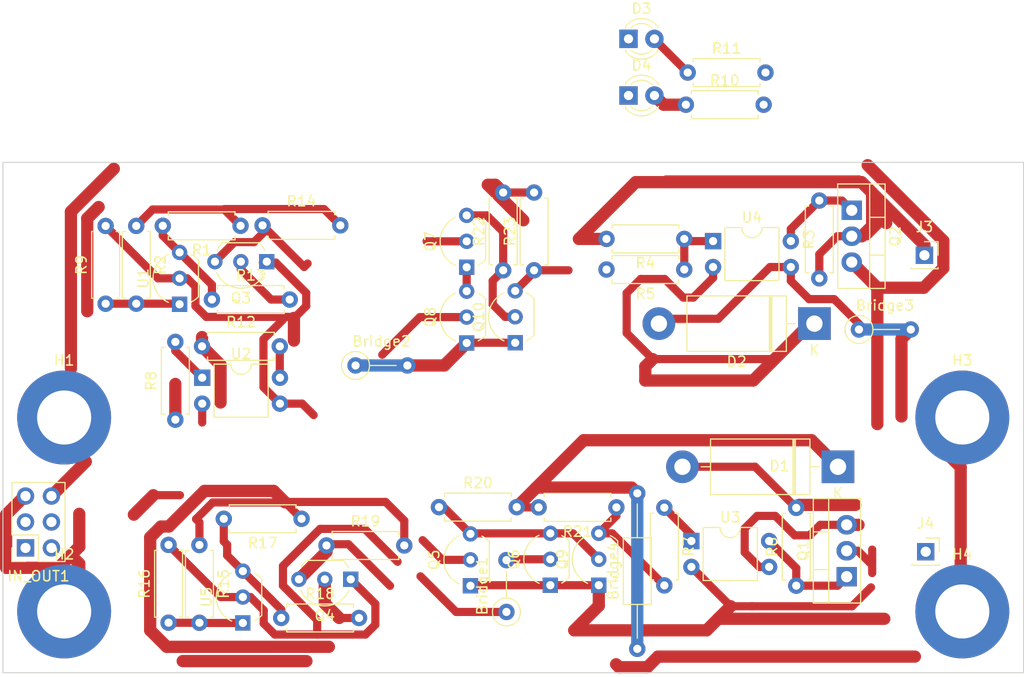
<source format=kicad_pcb>
(kicad_pcb (version 20221018) (generator pcbnew)
  (layers (0 "F.Cu" signal) (31 "B.Cu" signal) (34 "B.Paste" user) (35 "F.Paste" user) (36 "B.SilkS" user "B.Silkscreen") (37 "F.SilkS" user "F.Silkscreen") (38 "B.Mask" user) (39 "F.Mask" user) (44 "Edge.Cuts" user))
  (net 0 "")
  (net 1 "BAT-")
  (net 2 "Net-(Q6-B)")
  (net 3 "BAT+")
  (net 4 "IN_OUT-")
  (net 5 "IN_OUT+")
  (net 10 "Net-(Q3-B)")
  (net 11 "Net-(Q3-C)")
  (net 12 "Net-(Q4-C)")
  (net 13 "PMOS_CONTROL")
  (net 14 "not NMOS_CONTROL")
  (net 15 "Net-(U1-REF)")
  (net 16 "Net-(U1-K)")
  (footprint "Resistor_THT:R_Axial_DIN0207_L6.3mm_D2.5mm_P7.62mm_Horizontal" (layer "F.Cu") (at 116.76 57.5 180)
    (fp_text reference "R4" (at 3.81 -2.37) (layer "F.SilkS"))
    (fp_text value "R")
    (pad "1" thru_hole circle (at 0 0 180) (size 1.6 1.6) (drill 0.8) (layers "*.Cu" "*.Mask"))
    (pad "2" thru_hole oval (at 7.62 0 180) (size 1.6 1.6) (drill 0.8) (layers "*.Cu" "*.Mask") (net 3 "BAT+"))
  )
  (footprint "Resistor_THT:R_Axial_DIN0207_L6.3mm_D2.5mm_P7.62mm_Horizontal" (layer "F.Cu") (at 63.065 56.225 -90)
    (fp_text reference "R2" (at 3.81 -2.37 90) (layer "F.SilkS"))
    (fp_text value "R")
    (pad "1" thru_hole circle (at 0 0 270) (size 1.6 1.6) (drill 0.8) (layers "*.Cu" "*.Mask") (net 3 "BAT+"))
    (pad "2" thru_hole oval (at 7.62 0 270) (size 1.6 1.6) (drill 0.8) (layers "*.Cu" "*.Mask") (net 15 "Net-(U1-REF)"))
  )
  (footprint "Connector_PinSocket_2.54mm:PinSocket_1x01_P2.54mm_Vertical" (layer "F.Cu") (at 140.415 88.15)
    (fp_text reference "J4" (at 0 -2.77) (layer "F.SilkS"))
    (fp_text value "Conn_01x01_Socket")
    (pad "1" thru_hole rect (at 0 0) (size 1.7 1.7) (drill 1) (layers "*.Cu" "*.Mask") (net 1 "BAT-"))
  )
  (footprint "Package_TO_SOT_THT:TO-92_Inline_Wide" (layer "F.Cu") (at 103.635 91.43 90)
    (fp_text reference "Q6" (at 2.54 -3.56 90) (layer "F.SilkS"))
    (fp_text value "S8050")
    (pad "1" thru_hole rect (at 0 0 90) (size 1.5 1.5) (drill 0.8) (layers "*.Cu" "*.Mask") (net 1 "BAT-"))
    (pad "2" thru_hole circle (at 2.54 0 90) (size 1.5 1.5) (drill 0.8) (layers "*.Cu" "*.Mask") (net 2 "Net-(Q6-B)"))
    (pad "3" thru_hole circle (at 5.08 0 90) (size 1.5 1.5) (drill 0.8) (layers "*.Cu" "*.Mask"))
  )
  (footprint "Resistor_THT:R_Axial_DIN0207_L6.3mm_D2.5mm_P7.62mm_Horizontal" (layer "F.Cu") (at 102.04 60.575 90)
    (fp_text reference "R23" (at 3.81 -2.37 90) (layer "F.SilkS"))
    (fp_text value "R")
    (pad "1" thru_hole circle (at 0 0 90) (size 1.6 1.6) (drill 0.8) (layers "*.Cu" "*.Mask") (net 13 "PMOS_CONTROL"))
    (pad "2" thru_hole oval (at 7.62 0 90) (size 1.6 1.6) (drill 0.8) (layers "*.Cu" "*.Mask") (net 3 "BAT+"))
  )
  (footprint "Resistor_THT:R_Axial_DIN0207_L6.3mm_D2.5mm_P5.08mm_Vertical" (layer "F.Cu") (at 133.875 66.375)
    (fp_text reference "Bridge3" (at 2.54 -2.37) (layer "F.SilkS"))
    (fp_text value "R")
    (pad "1" thru_hole circle (at 0 0) (size 1.6 1.6) (drill 0.8) (layers "*.Cu" "*.Mask") (net 4 "IN_OUT-"))
    (pad "2" thru_hole oval (at 5.08 0) (size 1.6 1.6) (drill 0.8) (layers "*.Cu" "*.Mask") (net 4 "IN_OUT-"))
  )
  (footprint "Resistor_THT:R_Axial_DIN0207_L6.3mm_D2.5mm_P7.62mm_Horizontal" (layer "F.Cu") (at 79.2625 84.9225 180)
    (fp_text reference "R17" (at 3.81 -2.37) (layer "F.SilkS"))
    (fp_text value "R")
    (pad "1" thru_hole circle (at 0 0 180) (size 1.6 1.6) (drill 0.8) (layers "*.Cu" "*.Mask") (net 3 "BAT+"))
    (pad "2" thru_hole oval (at 7.62 0 180) (size 1.6 1.6) (drill 0.8) (layers "*.Cu" "*.Mask"))
  )
  (footprint "Resistor_THT:R_Axial_DIN0207_L6.3mm_D2.5mm_P7.62mm_Horizontal" (layer "F.Cu") (at 117.095 41.2)
    (fp_text reference "R11" (at 3.81 -2.37) (layer "F.SilkS"))
    (fp_text value "R")
    (pad "1" thru_hole circle (at 0 0) (size 1.6 1.6) (drill 0.8) (layers "*.Cu" "*.Mask"))
    (pad "2" thru_hole oval (at 7.62 0) (size 1.6 1.6) (drill 0.8) (layers "*.Cu" "*.Mask"))
  )
  (footprint "Resistor_THT:R_Axial_DIN0207_L6.3mm_D2.5mm_P5.08mm_Vertical" (layer "F.Cu") (at 99.335 94.05 90)
    (fp_text reference "Bridge1" (at 2.54 -2.37 90) (layer "F.SilkS"))
    (fp_text value "R")
    (pad "1" thru_hole circle (at 0 0 90) (size 1.6 1.6) (drill 0.8) (layers "*.Cu" "*.Mask") (net 12 "Net-(Q4-C)"))
    (pad "2" thru_hole oval (at 5.08 0 90) (size 1.6 1.6) (drill 0.8) (layers "*.Cu" "*.Mask") (net 2 "Net-(Q6-B)"))
  )
  (footprint "Resistor_THT:R_Axial_DIN0207_L6.3mm_D2.5mm_P15.24mm_Horizontal" (layer "F.Cu") (at 112.155 97.665 90)
    (fp_text reference "Bridge4" (at 7.62 -2.37 90) (layer "F.SilkS"))
    (fp_text value "R")
    (pad "1" thru_hole circle (at 0 0 90) (size 1.6 1.6) (drill 0.8) (layers "*.Cu" "*.Mask") (net 3 "BAT+"))
    (pad "2" thru_hole oval (at 15.24 0 90) (size 1.6 1.6) (drill 0.8) (layers "*.Cu" "*.Mask") (net 3 "BAT+"))
  )
  (footprint "Resistor_THT:R_Axial_DIN0207_L6.3mm_D2.5mm_P7.62mm_Horizontal" (layer "F.Cu") (at 127.73 91.475 90)
    (fp_text reference "R6" (at 3.81 -2.37 90) (layer "F.SilkS"))
    (fp_text value "R")
    (pad "1" thru_hole circle (at 0 0 90) (size 1.6 1.6) (drill 0.8) (layers "*.Cu" "*.Mask"))
    (pad "2" thru_hole oval (at 7.62 0 90) (size 1.6 1.6) (drill 0.8) (layers "*.Cu" "*.Mask") (net 5 "IN_OUT+"))
  )
  (footprint "Package_TO_SOT_THT:TO-92_Inline_Wide" (layer "F.Cu") (at 95.81 91.485 90)
    (fp_text reference "Q5" (at 2.54 -3.56 90) (layer "F.SilkS"))
    (fp_text value "S8050")
    (pad "1" thru_hole rect (at 0 0 90) (size 1.5 1.5) (drill 0.8) (layers "*.Cu" "*.Mask") (net 1 "BAT-"))
    (pad "2" thru_hole circle (at 2.54 0 90) (size 1.5 1.5) (drill 0.8) (layers "*.Cu" "*.Mask"))
    (pad "3" thru_hole circle (at 5.08 0 90) (size 1.5 1.5) (drill 0.8) (layers "*.Cu" "*.Mask"))
  )
  (footprint "Resistor_THT:R_Axial_DIN0207_L6.3mm_D2.5mm_P7.62mm_Horizontal" (layer "F.Cu") (at 116.915 44.35)
    (fp_text reference "R10" (at 3.81 -2.37) (layer "F.SilkS"))
    (fp_text value "R")
    (pad "1" thru_hole circle (at 0 0) (size 1.6 1.6) (drill 0.8) (layers "*.Cu" "*.Mask"))
    (pad "2" thru_hole oval (at 7.62 0) (size 1.6 1.6) (drill 0.8) (layers "*.Cu" "*.Mask"))
  )
  (footprint "Package_DIP:DIP-4_W7.62mm" (layer "F.Cu") (at 119.58 57.715)
    (fp_text reference "U4" (at 3.81 -2.33) (layer "F.SilkS"))
    (fp_text value "PC817")
    (pad "1" thru_hole rect (at 0 0) (size 1.6 1.6) (drill 0.8) (layers "*.Cu" "*.Mask"))
    (pad "2" thru_hole oval (at 0 2.54) (size 1.6 1.6) (drill 0.8) (layers "*.Cu" "*.Mask") (net 1 "BAT-"))
    (pad "3" thru_hole oval (at 7.62 2.54) (size 1.6 1.6) (drill 0.8) (layers "*.Cu" "*.Mask") (net 4 "IN_OUT-"))
    (pad "4" thru_hole oval (at 7.62 0) (size 1.6 1.6) (drill 0.8) (layers "*.Cu" "*.Mask"))
  )
  (footprint "Resistor_THT:R_Axial_DIN0207_L6.3mm_D2.5mm_P7.62mm_Horizontal" (layer "F.Cu") (at 70.48 63.44)
    (fp_text reference "R13" (at 3.81 -2.37) (layer "F.SilkS"))
    (fp_text value "R")
    (pad "1" thru_hole circle (at 0 0) (size 1.6 1.6) (drill 0.8) (layers "*.Cu" "*.Mask") (net 16 "Net-(U1-K)"))
    (pad "2" thru_hole oval (at 7.62 0) (size 1.6 1.6) (drill 0.8) (layers "*.Cu" "*.Mask") (net 10 "Net-(Q3-B)"))
  )
  (footprint "Resistor_THT:R_Axial_DIN0207_L6.3mm_D2.5mm_P5.08mm_Vertical" (layer "F.Cu") (at 84.55 69.9)
    (fp_text reference "Bridge2" (at 2.54 -2.37) (layer "F.SilkS"))
    (fp_text value "R" hide)
    (pad "1" thru_hole circle (at 0 0) (size 1.6 1.6) (drill 0.8) (layers "*.Cu" "*.Mask") (net 1 "BAT-"))
    (pad "2" thru_hole oval (at 5.08 0) (size 1.6 1.6) (drill 0.8) (layers "*.Cu" "*.Mask") (net 1 "BAT-"))
  )
  (footprint "Resistor_THT:R_Axial_DIN0207_L6.3mm_D2.5mm_P7.62mm_Horizontal" (layer "F.Cu") (at 116.76 60.5 180)
    (fp_text reference "R5" (at 3.81 -2.37) (layer "F.SilkS"))
    (fp_text value "R")
    (pad "1" thru_hole circle (at 0 0 180) (size 1.6 1.6) (drill 0.8) (layers "*.Cu" "*.Mask"))
    (pad "2" thru_hole oval (at 7.62 0 180) (size 1.6 1.6) (drill 0.8) (layers "*.Cu" "*.Mask") (net 13 "PMOS_CONTROL"))
  )
  (footprint "Resistor_THT:R_Axial_DIN0207_L6.3mm_D2.5mm_P7.62mm_Horizontal" (layer "F.Cu") (at 75.44 56.175)
    (fp_text reference "R14" (at 3.81 -2.37) (layer "F.SilkS"))
    (fp_text value "R")
    (pad "1" thru_hole circle (at 0 0) (size 1.6 1.6) (drill 0.8) (layers "*.Cu" "*.Mask") (net 11 "Net-(Q3-C)"))
    (pad "2" thru_hole oval (at 7.62 0) (size 1.6 1.6) (drill 0.8) (layers "*.Cu" "*.Mask") (net 3 "BAT+"))
  )
  (footprint "Resistor_THT:R_Axial_DIN0207_L6.3mm_D2.5mm_P7.62mm_Horizontal" (layer "F.Cu") (at 69.255 87.49 -90)
    (fp_text reference "R15" (at 3.81 -2.37 90) (layer "F.SilkS"))
    (fp_text value "R")
    (pad "1" thru_hole circle (at 0 0 270) (size 1.6 1.6) (drill 0.8) (layers "*.Cu" "*.Mask") (net 3 "BAT+"))
    (pad "2" thru_hole oval (at 7.62 0 270) (size 1.6 1.6) (drill 0.8) (layers "*.Cu" "*.Mask"))
  )
  (footprint "Resistor_THT:R_Axial_DIN0207_L6.3mm_D2.5mm_P7.62mm_Horizontal" (layer "F.Cu") (at 114.805 83.83 -90)
    (fp_text reference "R7" (at 3.81 -2.37 90) (layer "F.SilkS"))
    (fp_text value "R")
    (pad "1" thru_hole circle (at 0 0 270) (size 1.6 1.6) (drill 0.8) (layers "*.Cu" "*.Mask"))
    (pad "2" thru_hole oval (at 7.62 0 270) (size 1.6 1.6) (drill 0.8) (layers "*.Cu" "*.Mask") (net 14 "not NMOS_CONTROL"))
  )
  (footprint "Resistor_THT:R_Axial_DIN0207_L6.3mm_D2.5mm_P7.62mm_Horizontal" (layer "F.Cu") (at 77.27 94.64)
    (fp_text reference "R18" (at 3.81 -2.37) (layer "F.SilkS"))
    (fp_text value "R")
    (pad "1" thru_hole circle (at 0 0) (size 1.6 1.6) (drill 0.8) (layers "*.Cu" "*.Mask"))
    (pad "2" thru_hole oval (at 7.62 0) (size 1.6 1.6) (drill 0.8) (layers "*.Cu" "*.Mask"))
  )
  (footprint "Package_DIP:DIP-4_W7.62mm" (layer "F.Cu") (at 69.525 71.1)
    (fp_text reference "U2" (at 3.81 -2.33) (layer "F.SilkS"))
    (fp_text value "PC817")
    (pad "1" thru_hole rect (at 0 0) (size 1.6 1.6) (drill 0.8) (layers "*.Cu" "*.Mask"))
    (pad "2" thru_hole oval (at 0 2.54) (size 1.6 1.6) (drill 0.8) (layers "*.Cu" "*.Mask") (net 4 "IN_OUT-"))
    (pad "3" thru_hole oval (at 7.62 2.54) (size 1.6 1.6) (drill 0.8) (layers "*.Cu" "*.Mask") (net 1 "BAT-"))
    (pad "4" thru_hole oval (at 7.62 0) (size 1.6 1.6) (drill 0.8) (layers "*.Cu" "*.Mask"))
  )
  (footprint "Package_TO_SOT_THT:TO-92_Inline_Wide" (layer "F.Cu") (at 95.44 67.7 90)
    (fp_text reference "Q8" (at 2.54 -3.56 90) (layer "F.SilkS"))
    (fp_text value "S8050")
    (pad "1" thru_hole rect (at 0 0 90) (size 1.5 1.5) (drill 0.8) (layers "*.Cu" "*.Mask") (net 1 "BAT-"))
    (pad "2" thru_hole circle (at 2.54 0 90) (size 1.5 1.5) (drill 0.8) (layers "*.Cu" "*.Mask"))
    (pad "3" thru_hole circle (at 5.08 0 90) (size 1.5 1.5) (drill 0.8) (layers "*.Cu" "*.Mask"))
  )
  (footprint "Resistor_THT:R_Axial_DIN0207_L6.3mm_D2.5mm_P7.62mm_Horizontal" (layer "F.Cu") (at 92.725 83.78)
    (fp_text reference "R20" (at 3.81 -2.37) (layer "F.SilkS"))
    (fp_text value "R")
    (pad "1" thru_hole circle (at 0 0) (size 1.6 1.6) (drill 0.8) (layers "*.Cu" "*.Mask"))
    (pad "2" thru_hole oval (at 7.62 0) (size 1.6 1.6) (drill 0.8) (layers "*.Cu" "*.Mask") (net 3 "BAT+"))
  )
  (footprint "Resistor_THT:R_Axial_DIN0207_L6.3mm_D2.5mm_P7.62mm_Horizontal" (layer "F.Cu") (at 66.23 95.1 90)
    (fp_text reference "R16" (at 3.81 -2.37 90) (layer "F.SilkS"))
    (fp_text value "R")
    (pad "1" thru_hole circle (at 0 0 90) (size 1.6 1.6) (drill 0.8) (layers "*.Cu" "*.Mask"))
    (pad "2" thru_hole oval (at 7.62 0 90) (size 1.6 1.6) (drill 0.8) (layers "*.Cu" "*.Mask") (net 1 "BAT-"))
  )
  (footprint "Resistor_THT:R_Axial_DIN0207_L6.3mm_D2.5mm_P7.62mm_Horizontal" (layer "F.Cu") (at 81.705 87.535)
    (fp_text reference "R19" (at 3.81 -2.37) (layer "F.SilkS"))
    (fp_text value "R")
    (pad "1" thru_hole circle (at 0 0) (size 1.6 1.6) (drill 0.8) (layers "*.Cu" "*.Mask") (net 12 "Net-(Q4-C)"))
    (pad "2" thru_hole oval (at 7.62 0) (size 1.6 1.6) (drill 0.8) (layers "*.Cu" "*.Mask") (net 3 "BAT+"))
  )
  (footprint "Package_TO_SOT_THT:TO-92_Inline_Wide" (layer "F.Cu") (at 95.44 60.275 90)
    (fp_text reference "Q7" (at 2.54 -3.56 90) (layer "F.SilkS"))
    (fp_text value "S8050")
    (pad "1" thru_hole rect (at 0 0 90) (size 1.5 1.5) (drill 0.8) (layers "*.Cu" "*.Mask"))
    (pad "2" thru_hole circle (at 2.54 0 90) (size 1.5 1.5) (drill 0.8) (layers "*.Cu" "*.Mask") (net 11 "Net-(Q3-C)"))
    (pad "3" thru_hole circle (at 5.08 0 90) (size 1.5 1.5) (drill 0.8) (layers "*.Cu" "*.Mask"))
  )
  (footprint "Package_TO_SOT_THT:TO-92_Inline_Wide" (layer "F.Cu") (at 67.31 63.905 90)
    (fp_text reference "U1" (at 2.54 -3.56 90) (layer "F.SilkS"))
    (fp_text value "TL431LP")
    (pad "1" thru_hole rect (at 0 0 90) (size 1.5 1.5) (drill 0.8) (layers "*.Cu" "*.Mask") (net 15 "Net-(U1-REF)"))
    (pad "2" thru_hole circle (at 2.54 0 90) (size 1.5 1.5) (drill 0.8) (layers "*.Cu" "*.Mask") (net 1 "BAT-"))
    (pad "3" thru_hole circle (at 5.08 0 90) (size 1.5 1.5) (drill 0.8) (layers "*.Cu" "*.Mask") (net 16 "Net-(U1-K)"))
  )
  (footprint "Package_TO_SOT_THT:TO-92_Inline_Wide" (layer "F.Cu") (at 75.855 59.73 180)
    (fp_text reference "Q3" (at 2.54 -3.56) (layer "F.SilkS"))
    (fp_text value "S8050")
    (pad "1" thru_hole rect (at 0 0 180) (size 1.5 1.5) (drill 0.8) (layers "*.Cu" "*.Mask") (net 1 "BAT-"))
    (pad "2" thru_hole circle (at 2.54 0 180) (size 1.5 1.5) (drill 0.8) (layers "*.Cu" "*.Mask") (net 10 "Net-(Q3-B)"))
    (pad "3" thru_hole circle (at 5.08 0 180) (size 1.5 1.5) (drill 0.8) (layers "*.Cu" "*.Mask") (net 11 "Net-(Q3-C)"))
  )
  (footprint "MountingHole:MountingHole_5.3mm_M5_DIN965_Pad" (layer "F.Cu") (at 56 94)
    (fp_text reference "H2" (at 0 -5.6) (layer "F.SilkS"))
    (fp_text value "MountingHole")
    (pad "1" thru_hole circle (at 0 0) (size 9.2 9.2) (drill 5.3) (layers "*.Cu" "*.Mask"))
  )
  (footprint "Package_DIP:DIP-4_W7.62mm" (layer "F.Cu") (at 117.455 87.1)
    (fp_text reference "U3" (at 3.81 -2.33) (layer "F.SilkS"))
    (fp_text value "PC817")
    (pad "1" thru_hole rect (at 0 0) (size 1.6 1.6) (drill 0.8) (layers "*.Cu" "*.Mask"))
    (pad "2" thru_hole oval (at 0 2.54) (size 1.6 1.6) (drill 0.8) (layers "*.Cu" "*.Mask") (net 1 "BAT-"))
    (pad "3" thru_hole oval (at 7.62 2.54) (size 1.6 1.6) (drill 0.8) (layers "*.Cu" "*.Mask") (net 4 "IN_OUT-"))
    (pad "4" thru_hole oval (at 7.62 0) (size 1.6 1.6) (drill 0.8) (layers "*.Cu" "*.Mask"))
  )
  (footprint "LED_THT:LED_D3.0mm" (layer "F.Cu") (at 111.295 43.45)
    (fp_text reference "D4" (at 1.27 -2.96) (layer "F.SilkS"))
    (fp_text value "GREEN_LED")
    (pad "1" thru_hole rect (at 0 0) (size 1.8 1.8) (drill 0.9) (layers "*.Cu" "*.Mask"))
    (pad "2" thru_hole circle (at 2.54 0) (size 1.8 1.8) (drill 0.9) (layers "*.Cu" "*.Mask"))
  )
  (footprint "Package_TO_SOT_THT:TO-92_Inline_Wide" (layer "F.Cu") (at 73.51 95.13 90)
    (fp_text reference "U5" (at 2.54 -3.56 90) (layer "F.SilkS"))
    (fp_text value "TL431LP")
    (pad "1" thru_hole rect (at 0 0 90) (size 1.5 1.5) (drill 0.8) (layers "*.Cu" "*.Mask"))
    (pad "2" thru_hole circle (at 2.54 0 90) (size 1.5 1.5) (drill 0.8) (layers "*.Cu" "*.Mask") (net 1 "BAT-"))
    (pad "3" thru_hole circle (at 5.08 0 90) (size 1.5 1.5) (drill 0.8) (layers "*.Cu" "*.Mask"))
  )
  (footprint "Package_TO_SOT_THT:TO-92_Inline_Wide" (layer "F.Cu") (at 84.08 90.85 180)
    (fp_text reference "Q4" (at 2.54 -3.56) (layer "F.SilkS"))
    (fp_text value "S8050")
    (pad "1" thru_hole rect (at 0 0 180) (size 1.5 1.5) (drill 0.8) (layers "*.Cu" "*.Mask") (net 1 "BAT-"))
    (pad "2" thru_hole circle (at 2.54 0 180) (size 1.5 1.5) (drill 0.8) (layers "*.Cu" "*.Mask"))
    (pad "3" thru_hole circle (at 5.08 0 180) (size 1.5 1.5) (drill 0.8) (layers "*.Cu" "*.Mask") (net 12 "Net-(Q4-C)"))
  )
  (footprint "Resistor_THT:R_Axial_DIN0207_L6.3mm_D2.5mm_P7.62mm_Horizontal" (layer "F.Cu") (at 73.285 56.215 180)
    (fp_text reference "R1" (at 3.81 -2.37) (layer "F.SilkS"))
    (fp_text value "R")
    (pad "1" thru_hole circle (at 0 0 180) (size 1.6 1.6) (drill 0.8) (layers "*.Cu" "*.Mask") (net 3 "BAT+"))
    (pad "2" thru_hole oval (at 7.62 0 180) (size 1.6 1.6) (drill 0.8) (layers "*.Cu" "*.Mask") (net 16 "Net-(U1-K)"))
  )
  (footprint "MountingHole:MountingHole_5.3mm_M5_DIN965_Pad" (layer "F.Cu") (at 144 94)
    (fp_text reference "H4" (at 0 -5.6) (layer "F.SilkS"))
    (fp_text value "MountingHole")
    (pad "1" thru_hole circle (at 0 0) (size 9.2 9.2) (drill 5.3) (layers "*.Cu" "*.Mask"))
  )
  (footprint "MountingHole:MountingHole_5.3mm_M5_DIN965_Pad" (layer "F.Cu") (at 56 75)
    (fp_text reference "H1" (at 0 -5.6) (layer "F.SilkS"))
    (fp_text value "MountingHole")
    (pad "1" thru_hole circle (at 0 0) (size 9.2 9.2) (drill 5.3) (layers "*.Cu" "*.Mask"))
  )
  (footprint "Connector_PinSocket_2.54mm:PinSocket_1x01_P2.54mm_Vertical" (layer "F.Cu") (at 140.29 59.1)
    (fp_text reference "J3" (at 0 -2.77) (layer "F.SilkS"))
    (fp_text value "Conn_01x01_Socket")
    (pad "1" thru_hole rect (at 0 0) (size 1.7 1.7) (drill 1) (layers "*.Cu" "*.Mask") (net 3 "BAT+"))
  )
  (footprint "Resistor_THT:R_Axial_DIN0207_L6.3mm_D2.5mm_P7.62mm_Horizontal" (layer "F.Cu") (at 110.11 83.805 180)
    (fp_text reference "R21" (at 3.81 -2.37) (layer "F.SilkS"))
    (fp_text value "R")
    (pad "1" thru_hole circle (at 0 0 180) (size 1.6 1.6) (drill 0.8) (layers "*.Cu" "*.Mask") (net 14 "not NMOS_CONTROL"))
    (pad "2" thru_hole oval (at 7.62 0 180) (size 1.6 1.6) (drill 0.8) (layers "*.Cu" "*.Mask") (net 3 "BAT+"))
  )
  (footprint "Package_TO_SOT_THT:TO-92_Inline_Wide" (layer "F.Cu") (at 100.19 67.675 90)
    (fp_text reference "Q10" (at 2.54 -3.56 90) (layer "F.SilkS"))
    (fp_text value "S8050")
    (pad "1" thru_hole rect (at 0 0 90) (size 1.5 1.5) (drill 0.8) (layers "*.Cu" "*.Mask") (net 1 "BAT-"))
    (pad "2" thru_hole circle (at 2.54 0 90) (size 1.5 1.5) (drill 0.8) (layers "*.Cu" "*.Mask"))
    (pad "3" thru_hole circle (at 5.08 0 90) (size 1.5 1.5) (drill 0.8) (layers "*.Cu" "*.Mask") (net 13 "PMOS_CONTROL"))
  )
  (footprint "Package_TO_SOT_THT:TO-220-3_Vertical" (layer "F.Cu") (at 132.67 90.595 90)
    (fp_text reference "Q1" (at 2.54 -4.27 90) (layer "F.SilkS"))
    (fp_text value "IRF540N")
    (pad "1" thru_hole rect (at 0 0 90) (size 1.905 2) (drill 1.1) (layers "*.Cu" "*.Mask"))
    (pad "2" thru_hole oval (at 2.54 0 90) (size 1.905 2) (drill 1.1) (layers "*.Cu" "*.Mask") (net 1 "BAT-"))
    (pad "3" thru_hole oval (at 5.08 0 90) (size 1.905 2) (drill 1.1) (layers "*.Cu" "*.Mask") (net 4 "IN_OUT-"))
  )
  (footprint "Resistor_THT:R_Axial_DIN0207_L6.3mm_D2.5mm_P7.62mm_Horizontal" (layer "F.Cu") (at 129.99 61.36 90)
    (fp_text reference "R3" (at 3.81 -1 90) (layer "F.SilkS"))
    (fp_text value "R")
    (pad "1" thru_hole circle (at 0 0 90) (size 1.6 1.6) (drill 0.8) (layers "*.Cu" "*.Mask") (net 3 "BAT+"))
    (pad "2" thru_hole oval (at 7.62 0 90) (size 1.6 1.6) (drill 0.8) (layers "*.Cu" "*.Mask"))
  )
  (footprint "Package_TO_SOT_THT:TO-92_Inline_Wide" (layer "F.Cu") (at 108.385 91.43 90)
    (fp_text reference "Q9" (at 2.54 -3.56 90) (layer "F.SilkS"))
    (fp_text value "S8050")
    (pad "1" thru_hole rect (at 0 0 90) (size 1.5 1.5) (drill 0.8) (layers "*.Cu" "*.Mask") (net 1 "BAT-"))
    (pad "2" thru_hole circle (at 2.54 0 90) (size 1.5 1.5) (drill 0.8) (layers "*.Cu" "*.Mask"))
    (pad "3" thru_hole circle (at 5.08 0 90) (size 1.5 1.5) (drill 0.8) (layers "*.Cu" "*.Mask") (net 14 "not NMOS_CONTROL"))
  )
  (footprint "Resistor_THT:R_Axial_DIN0207_L6.3mm_D2.5mm_P7.62mm_Horizontal" (layer "F.Cu") (at 69.51 68.025)
    (fp_text reference "R12" (at 3.81 -2.37) (layer "F.SilkS"))
    (fp_text value "R")
    (pad "1" thru_hole circle (at 0 0) (size 1.6 1.6) (drill 0.8) (layers "*.Cu" "*.Mask") (net 3 "BAT+"))
    (pad "2" thru_hole oval (at 7.62 0) (size 1.6 1.6) (drill 0.8) (layers "*.Cu" "*.Mask"))
  )
  (footprint "Resistor_THT:R_Axial_DIN0207_L6.3mm_D2.5mm_P7.62mm_Horizontal" (layer "F.Cu") (at 99.015 60.575 90)
    (fp_text reference "R22" (at 3.81 -2.37 90) (layer "F.SilkS"))
    (fp_text value "R")
    (pad "1" thru_hole circle (at 0 0 90) (size 1.6 1.6) (drill 0.8) (layers "*.Cu" "*.Mask"))
    (pad "2" thru_hole oval (at 7.62 0 90) (size 1.6 1.6) (drill 0.8) (layers "*.Cu" "*.Mask") (net 3 "BAT+"))
  )
  (footprint "MountingHole:MountingHole_5.3mm_M5_DIN965_Pad" (layer "F.Cu") (at 144 75)
    (fp_text reference "H3" (at 0 -5.6) (layer "F.SilkS"))
    (fp_text value "MountingHole")
    (pad "1" thru_hole circle (at 0 0) (size 9.2 9.2) (drill 5.3) (layers "*.Cu" "*.Mask"))
  )
  (footprint "Resistor_THT:R_Axial_DIN0207_L6.3mm_D2.5mm_P7.62mm_Horizontal" (layer "F.Cu") (at 66.895 75.21 90)
    (fp_text reference "R8" (at 3.81 -2.37 90) (layer "F.SilkS"))
    (fp_text value "R")
    (pad "1" thru_hole circle (at 0 0 90) (size 1.6 1.6) (drill 0.8) (layers "*.Cu" "*.Mask") (net 5 "IN_OUT+"))
    (pad "2" thru_hole oval (at 7.62 0 90) (size 1.6 1.6) (drill 0.8) (layers "*.Cu" "*.Mask"))
  )
  (footprint "Diode_THT:D_DO-201AD_P15.24mm_Horizontal" (layer "F.Cu") (at 131.82 79.825 180)
    (fp_text reference "D1" (at 5.74 0.075) (layer "F.SilkS"))
    (fp_text value "1N5408")
    (fp_text user "K" (at 0 -2.6) (layer "F.SilkS"))
    (pad "1" thru_hole rect (at 0 0 180) (size 3.2 3.2) (drill 1.6) (layers "*.Cu" "*.Mask") (net 3 "BAT+"))
    (pad "2" thru_hole oval (at 15.24 0 180) (size 3.2 3.2) (drill 1.6) (layers "*.Cu" "*.Mask") (net 5 "IN_OUT+"))
  )
  (footprint "LED_THT:LED_D3.0mm" (layer "F.Cu") (at 111.295 37.9)
    (fp_text reference "D3" (at 1.27 -2.96) (layer "F.SilkS"))
    (fp_text value "RED_LED")
    (pad "1" thru_hole rect (at 0 0) (size 1.8 1.8) (drill 0.9) (layers "*.Cu" "*.Mask"))
    (pad "2" thru_hole circle (at 2.54 0) (size 1.8 1.8) (drill 0.9) (layers "*.Cu" "*.Mask"))
  )
  (footprint "Resistor_THT:R_Axial_DIN0207_L6.3mm_D2.5mm_P7.62mm_Horizontal" (layer "F.Cu") (at 60.065 63.85 90)
    (fp_text reference "R9" (at 3.81 -2.37 90) (layer "F.SilkS"))
    (fp_text value "R")
    (pad "1" thru_hole circle (at 0 0 90) (size 1.6 1.6) (drill 0.8) (layers "*.Cu" "*.Mask") (net 15 "Net-(U1-REF)"))
    (pad "2" thru_hole oval (at 7.62 0 90) (size 1.6 1.6) (drill 0.8) (layers "*.Cu" "*.Mask") (net 1 "BAT-"))
  )
  (footprint "Package_TO_SOT_THT:TO-220-3_Vertical" (layer "F.Cu") (at 133.165 54.695 -90)
    (fp_text reference "Q2" (at 2.54 -4.27 90) (layer "F.SilkS"))
    (fp_text value "IRF9540N")
    (pad "1" thru_hole rect (at 0 0 270) (size 1.905 2) (drill 1.1) (layers "*.Cu" "*.Mask"))
    (pad "2" thru_hole oval (at 2.54 0 270) (size 1.905 2) (drill 1.1) (layers "*.Cu" "*.Mask") (net 3 "BAT+"))
    (pad "3" thru_hole oval (at 5.08 0 270) (size 1.905 2) (drill 1.1) (layers "*.Cu" "*.Mask") (net 5 "IN_OUT+"))
  )
  (footprint "Connector_PinSocket_2.54mm:PinSocket_2x03_P2.54mm_Vertical" (layer "F.Cu") (at 52.215 87.775 180)
    (fp_text reference "IN_OUT1" (at -1.27 -2.77) (layer "F.SilkS"))
    (fp_text value "Conn_02x03_Counter_Clockwise")
    (pad "1" thru_hole rect (at 0 0 180) (size 1.7 1.7) (drill 1) (layers "*.Cu" "*.Mask"))
    (pad "2" thru_hole oval (at -2.54 0 180) (size 1.7 1.7) (drill 1) (layers "*.Cu" "*.Mask"))
    (pad "3" thru_hole oval (at 0 2.54 180) (size 1.7 1.7) (drill 1) (layers "*.Cu" "*.Mask"))
    (pad "4" thru_hole oval (at -2.54 2.54 180) (size 1.7 1.7) (drill 1) (layers "*.Cu" "*.Mask"))
    (pad "5" thru_hole oval (at 0 5.08 180) (size 1.7 1.7) (drill 1) (layers "*.Cu" "*.Mask") (net 4 "IN_OUT-"))
    (pad "6" thru_hole oval (at -2.54 5.08 180) (size 1.7 1.7) (drill 1) (layers "*.Cu" "*.Mask") (net 5 "IN_OUT+"))
  )
  (footprint "Diode_THT:D_DO-201AD_P15.24mm_Horizontal" (layer "F.Cu") (at 129.51 65.8 180)
    (fp_text reference "D2" (at 7.62 -3.72) (layer "F.SilkS"))
    (fp_text value "1N5408")
    (fp_text user "K" (at 0 -2.6) (layer "F.SilkS"))
    (pad "1" thru_hole rect (at 0 0 180) (size 3.2 3.2) (drill 1.6) (layers "*.Cu" "*.Mask") (net 1 "BAT-"))
    (pad "2" thru_hole oval (at 15.24 0 180) (size 3.2 3.2) (drill 1.6) (layers "*.Cu" "*.Mask") (net 4 "IN_OUT-"))
  )
  (gr_rect (start 50 50) (end 150 100) (stroke (width 0.1)) (fill none) (layer "Edge.Cuts"))
  (segment (start 90.855 65.16) (end 87.165 68.85) (width 0.8) (layer "F.Cu") (net 0))
  (segment (start 116.975 57.715) (end 116.76 57.5) (width 0.8) (layer "F.Cu") (net 0))
  (segment (start 93.185 83.78) (end 95.81 86.405) (width 0.8) (layer "F.Cu") (net 0))
  (segment (start 91.125 87.015) (end 93.055 88.945) (width 0.8) (layer "F.Cu") (net 0))
  (segment (start 69.275 95.13) (end 69.255 95.11) (width 0.8) (layer "F.Cu") (net 0))
  (segment (start 71.97 87.465) (end 71.6425 87.1375) (width 0.8) (layer "F.Cu") (net 0))
  (segment (start 95.865 86.35) (end 95.81 86.405) (width 0.8) (layer "F.Cu") (net 0))
  (segment (start 71.97 87.465) (end 71.97 88.51) (width 0.8) (layer "F.Cu") (net 0))
  (segment (start 81.54 93.231372) (end 82.948628 94.64) (width 1.2) (layer "F.Cu") (net 0))
  (segment (start 127.2 56.53) (end 129.99 53.74) (width 0.8) (layer "F.Cu") (net 0))
  (segment (start 95.44 65.16) (end 90.855 65.16) (width 0.8) (layer "F.Cu") (net 0))
  (segment (start 73.51 95.13) (end 69.275 95.13) (width 0.8) (layer "F.Cu") (net 0))
  (segment (start 69.255 95.11) (end 66.24 95.11) (width 0.8) (layer "F.Cu") (net 0))
  (segment (start 95.44 60.275) (end 95.44 62.62) (width 0.8) (layer "F.Cu") (net 0))
  (segment (start 127.73 89.755) (end 125.075 87.1) (width 0.8) (layer "F.Cu") (net 0))
  (segment (start 84.89 94.64) (end 82.948628 94.64) (width 0.8) (layer "F.Cu") (net 0))
  (segment (start 105.845 86.35) (end 103.635 86.35) (width 0.8) (layer "F.Cu") (net 0))
  (segment (start 77.13 71.085) (end 77.145 71.1) (width 0.8) (layer "F.Cu") (net 0))
  (segment (start 77.13 68.025) (end 77.13 71.085) (width 0.8) (layer "F.Cu") (net 0))
  (segment (start 93.055 88.945) (end 95.81 88.945) (width 0.8) (layer "F.Cu") (net 0))
  (segment (start 113.835 37.9) (end 113.835 37.94) (width 0.8) (layer "F.Cu") (net 0))
  (segment (start 71.97 88.51) (end 73.51 90.05) (width 0.8) (layer "F.Cu") (net 0))
  (segment (start 99.015 56.8) (end 97.41 55.195) (width 0.8) (layer "F.Cu") (net 0))
  (segment (start 117.455 87.1) (end 117.455 86.48) (width 0.8) (layer "F.Cu") (net 0))
  (segment (start 99.015 60.575) (end 97.99 61.6) (width 0.8) (layer "F.Cu") (net 0))
  (segment (start 99.2 65.135) (end 100.19 65.135) (width 0.8) (layer "F.Cu") (net 0))
  (segment (start 97.99 63.925) (end 99.2 65.135) (width 0.8) (layer "F.Cu") (net 0))
  (segment (start 81.54 90.85) (end 81.54 93.231372) (width 1.2) (layer "F.Cu") (net 0))
  (segment (start 77.27 93.81) (end 73.51 90.05) (width 0.8) (layer "F.Cu") (net 0))
  (segment (start 97.41 55.195) (end 95.44 55.195) (width 0.8) (layer "F.Cu") (net 0))
  (segment (start 127.175 57.69) (end 127.2 57.715) (width 0.8) (layer "F.Cu") (net 0))
  (segment (start 116.76 57.5) (end 116.76 60.5) (width 0.8) (layer "F.Cu") (net 0))
  (segment (start 77.27 94.64) (end 77.27 93.81) (width 0.8) (layer "F.Cu") (net 0))
  (segment (start 105.845 86.35) (end 108.385 88.89) (width 0.8) (layer "F.Cu") (net 0))
  (segment (start 113.835 37.94) (end 117.095 41.2) (width 0.8) (layer "F.Cu") (net 0))
  (segment (start 103.635 86.35) (end 95.865 86.35) (width 0.8) (layer "F.Cu") (net 0))
  (segment (start 129.99 53.74) (end 132.21 53.74) (width 0.8) (layer "F.Cu") (net 0))
  (segment (start 119.58 57.715) (end 116.975 57.715) (width 0.8) (layer "F.Cu") (net 0))
  (segment (start 131.79 91.475) (end 132.67 90.595) (width 0.8) (layer "F.Cu") (net 0))
  (segment (start 92.725 83.78) (end 93.185 83.78) (width 0.8) (layer "F.Cu") (net 0))
  (segment (start 127.73 91.475) (end 127.73 89.755) (width 0.8) (layer "F.Cu") (net 0))
  (segment (start 71.6425 87.1375) (end 71.6425 84.9225) (width 0.8) (layer "F.Cu") (net 0))
  (segment (start 97.99 61.6) (end 97.99 63.925) (width 0.8) (layer "F.Cu") (net 0))
  (segment (start 66.24 95.11) (end 66.23 95.1) (width 0.8) (layer "F.Cu") (net 0))
  (segment (start 99.015 60.575) (end 99.015 56.8) (width 0.8) (layer "F.Cu") (net 0))
  (segment (start 66.895 68.47) (end 69.525 71.1) (width 0.8) (layer "F.Cu") (net 0))
  (segment (start 132.21 53.74) (end 133.165 54.695) (width 0.8) (layer "F.Cu") (net 0))
  (segment (start 66.895 67.59) (end 66.895 68.47) (width 0.8) (layer "F.Cu") (net 0))
  (segment (start 116.915 44.35) (end 114.735 44.35) (width 1.2) (layer "F.Cu") (net 0))
  (segment (start 127.2 57.715) (end 127.2 56.53) (width 0.8) (layer "F.Cu") (net 0))
  (segment (start 117.455 86.48) (end 114.805 83.83) (width 0.8) (layer "F.Cu") (net 0))
  (segment (start 114.735 44.35) (end 113.835 43.45) (width 1.2) (layer "F.Cu") (net 0))
  (segment (start 127.73 91.475) (end 131.79 91.475) (width 0.8) (layer "F.Cu") (net 0))
  (segment (start 77.145 73.64) (end 79.325 73.64) (width 0.8) (layer "F.Cu") (net 1))
  (segment (start 112.94 70) (end 113.665 69.275) (width 1.2) (layer "F.Cu") (net 1))
  (segment (start 86.49 95.29563) (end 86.49 93.26) (width 0.8) (layer "F.Cu") (net 1))
  (segment (start 113.665 69.275) (end 111.115 66.725) (width 0.8) (layer "F.Cu") (net 1))
  (segment (start 77.145 73.64) (end 75.53 72.025) (width 0.8) (layer "F.Cu") (net 1))
  (segment (start 125.61 69.275) (end 113.665 69.275) (width 0.8) (layer "F.Cu") (net 1))
  (segment (start 95.865 91.43) (end 95.81 91.485) (width 0.8) (layer "F.Cu") (net 1))
  (segment (start 75.53 67.325) (end 77.445 65.41) (width 0.8) (layer "F.Cu") (net 1))
  (segment (start 81.07437 85.91) (end 85.44437 85.91) (width 0.8) (layer "F.Cu") (net 1))
  (segment (start 68.865 62.17) (end 68.865 64.08063) (width 0.8) (layer "F.Cu") (net 1))
  (segment (start 121.305 93.49) (end 117.455 89.64) (width 0.8) (layer "F.Cu") (net 1))
  (segment (start 100.19 67.675) (end 95.465 67.675) (width 0.8) (layer "F.Cu") (net 1))
  (segment (start 71.34 92.59) (end 66.23 87.48) (width 0.8) (layer "F.Cu") (net 1))
  (segment (start 93.24 69.9) (end 93.59 69.55) (width 1.2) (layer "F.Cu") (net 1))
  (segment (start 76.63937 96.265) (end 80.79 96.265) (width 0.8) (layer "F.Cu") (net 1))
  (segment (start 79.715 64.08063) (end 79.715 62.79937) (width 0.8) (layer "F.Cu") (net 1))
  (segment (start 85.44437 85.91) (end 88.66937 89.135) (width 0.8) (layer "F.Cu") (net 1))
  (segment (start 111.115 62.8) (end 112.49 61.425) (width 0.8) (layer "F.Cu") (net 1))
  (segment (start 117.64 63.25) (end 119.58 61.31) (width 0.8) (layer "F.Cu") (net 1))
  (segment (start 77.44 89.54437) (end 81.07437 85.91) (width 0.8) (layer "F.Cu") (net 1))
  (segment (start 112.94 71.375) (end 112.94 70) (width 1.2) (layer "F.Cu") (net 1))
  (segment (start 80.79 96.265) (end 85.52063 96.265) (width 0.8) (layer "F.Cu") (net 1))
  (segment (start 111.115 66.725) (end 111.115 62.8) (width 0.8) (layer "F.Cu") (net 1))
  (segment (start 112.94 71.375) (end 123.51 71.375) (width 1.2) (layer "F.Cu") (net 1))
  (segment (start 85.52063 96.265) (end 86.49 95.29563) (width 0.8) (layer "F.Cu") (net 1))
  (segment (start 73.51 92.59) (end 74.26 92.59) (width 0.8) (layer "F.Cu") (net 1))
  (segment (start 67.31 61.365) (end 65.2 61.365) (width 0.8) (layer "F.Cu") (net 1))
  (segment (start 73.51 92.59) (end 71.34 92.59) (width 0.8) (layer "F.Cu") (net 1))
  (segment (start 133.205 93.49) (end 123.38 93.49) (width 0.8) (layer "F.Cu") (net 1))
  (segment (start 133.77 88.055) (end 135.055 89.34) (width 0.8) (layer "F.Cu") (net 1))
  (segment (start 135.17 87.94) (end 135.17 90.24) (width 0.8) (layer "F.Cu") (net 1))
  (segment (start 105.98 95.85) (end 118.945 95.85) (width 1.2) (layer "F.Cu") (net 1))
  (segment (start 67.31 61.365) (end 68.06 61.365) (width 0.8) (layer "F.Cu") (net 1))
  (segment (start 114.84 61.425) (end 116.665 63.25) (width 0.8) (layer "F.Cu") (net 1))
  (segment (start 78.65563 65.14) (end 79.715 64.08063) (width 0.8) (layer "F.Cu") (net 1))
  (segment (start 123.38 93.49) (end 121.305 93.49) (width 0.8) (layer "F.Cu") (net 1))
  (segment (start 74.26 92.59) (end 75.555 93.885) (width 0.8) (layer "F.Cu") (net 1))
  (segment (start 120.075 94.72) (end 136.36 94.72) (width 1.2) (layer "F.Cu") (net 1))
  (segment (start 108.385 91.43) (end 108.385 93.445) (width 1.2) (layer "F.Cu") (net 1))
  (segment (start 95.465 67.675) (end 95.44 67.7) (width 0.8) (layer "F.Cu") (net 1))
  (segment (start 103.635 91.43) (end 108.385 91.43) (width 0.8) (layer "F.Cu") (net 1))
  (segment (start 112.49 61.425) (end 114.84 61.425) (width 0.8) (layer "F.Cu") (net 1))
  (segment (start 120.075 94.72) (end 121.305 93.49) (width 1.2) (layer "F.Cu") (net 1))
  (segment (start 116.665 63.25) (end 117.64 63.25) (width 0.8) (layer "F.Cu") (net 1))
  (segment (start 129.56 65.325) (end 125.61 69.275) (width 0.8) (layer "F.Cu") (net 1))
  (segment (start 119.58 61.31) (end 119.58 60.255) (width 0.8) (layer "F.Cu") (net 1))
  (segment (start 89.63 69.9) (end 93.24 69.9) (width 1.2) (layer "F.Cu") (net 1))
  (segment (start 68.865 64.08063) (end 69.92437 65.14) (width 0.8) (layer "F.Cu") (net 1))
  (segment (start 75.555 93.885) (end 75.555 95.18063) (width 0.8) (layer "F.Cu") (net 1))
  (segment (start 80.79 94.825364) (end 77.44 91.475364) (width 0.8) (layer "F.Cu") (net 1))
  (segment (start 118.945 95.85) (end 120.075 94.72) (width 1.2) (layer "F.Cu") (net 1))
  (segment (start 68.06 61.365) (end 68.865 62.17) (width 0.8) (layer "F.Cu") (net 1))
  (segment (start 72.84 65.14) (end 78.65563 65.14) (width 0.8) (layer "F.Cu") (net 1))
  (segment (start 123.51 71.375) (end 129.56 65.325) (width 1.2) (layer "F.Cu") (net 1))
  (segment (start 75.53 72.025) (end 75.53 67.325) (width 0.8) (layer "F.Cu") (net 1))
  (segment (start 103.635 91.43) (end 95.865 91.43) (width 0.8) (layer "F.Cu") (net 1))
  (segment (start 93.24 69.9) (end 95.44 67.7) (width 1.2) (layer "F.Cu") (net 1))
  (segment (start 75.555 95.18063) (end 76.63937 96.265) (width 0.8) (layer "F.Cu") (net 1))
  (segment (start 132.67 88.055) (end 133.77 88.055) (width 0.8) (layer "F.Cu") (net 1))
  (segment (start 135.055 91.64) (end 133.205 93.49) (width 0.8) (layer "F.Cu") (net 1))
  (segment (start 69.92437 65.14) (end 72.84 65.14) (width 0.8) (layer "F.Cu") (net 1))
  (segment (start 77.44 91.475364) (end 77.44 89.54437) (width 0.8) (layer "F.Cu") (net 1))
  (segment (start 78.515 67.465) (end 78.515 65.24) (width 1.2) (layer "F.Cu") (net 1))
  (segment (start 80.79 96.265) (end 80.79 94.825364) (width 0.8) (layer "F.Cu") (net 1))
  (segment (start 79.715 62.79937) (end 76.73063 59.815) (width 0.8) (layer "F.Cu") (net 1))
  (segment (start 76.73063 59.815) (end 75.47 59.815) (width 0.8) (layer "F.Cu") (net 1))
  (segment (start 108.385 93.445) (end 105.98 95.85) (width 1.2) (layer "F.Cu") (net 1))
  (segment (start 79.325 73.64) (end 80.445 74.76) (width 0.8) (layer "F.Cu") (net 1))
  (segment (start 86.49 93.26) (end 84.08 90.85) (width 0.8) (layer "F.Cu") (net 1))
  (segment (start 65.2 61.365) (end 60.065 56.23) (width 0.8) (layer "F.Cu") (net 1))
  (segment (start 89.63 69.9) (end 84.55 69.9) (width 1.2) (layer "B.Cu") (net 1))
  (segment (start 103.635 88.89) (end 99.415 88.89) (width 0.8) (layer "F.Cu") (net 2))
  (segment (start 99.415 88.89) (end 99.335 88.97) (width 0.8) (layer "F.Cu") (net 2))
  (segment (start 87.4975 83.2725) (end 89.325 85.1) (width 0.8) (layer "F.Cu") (net 3))
  (segment (start 64.43 86.741528) (end 64.43 95.85) (width 1.2) (layer "F.Cu") (net 3))
  (segment (start 65.491528 85.68) (end 64.43 86.741528) (width 1.2) (layer "F.Cu") (net 3))
  (segment (start 135.94 53.75) (end 133.865 51.675) (width 0.8) (layer "F.Cu") (net 3))
  (segment (start 112.155 82.425) (end 111.592871 81.862871) (width 1.2) (layer "F.Cu") (net 3))
  (segment (start 135.94 55.975) (end 135.94 53.75) (width 0.8) (layer "F.Cu") (net 3))
  (segment (start 89.325 85.1) (end 89.325 87.535) (width 0.8) (layer "F.Cu") (net 3))
  (segment (start 133.865 51.675) (end 114.965 51.675) (width 0.8) (layer "F.Cu") (net 3))
  (segment (start 66.259899 85.68) (end 65.491528 85.68) (width 1.2) (layer "F.Cu") (net 3))
  (segment (start 106.9 77.225) (end 129.22 77.225) (width 1.2) (layer "F.Cu") (net 3))
  (segment (start 71.685 54.615) (end 71.725 54.575) (width 0.8) (layer "F.Cu") (net 3))
  (segment (start 97.515 52.2) (end 100.99 55.675) (width 1.2) (layer "F.Cu") (net 3))
  (segment (start 135.165 54.575) (end 136.54 55.95) (width 1.2) (layer "F.Cu") (net 3))
  (segment (start 70.5525 83.3225) (end 77.6625 83.3225) (width 0.8) (layer "F.Cu") (net 3))
  (segment (start 69.51 68.025) (end 69.51 67.113472) (width 1.2) (layer "F.Cu") (net 3))
  (segment (start 77.7125 83.2725) (end 78.09 83.2725) (width 0.8) (layer "F.Cu") (net 3))
  (segment (start 106.44 57.5) (end 109.14 57.5) (width 1.2) (layer "F.Cu") (net 3))
  (segment (start 106.44 57.5) (end 112 51.94) (width 1.2) (layer "F.Cu") (net 3))
  (segment (start 58.265 64.588472) (end 58.265 55.491528) (width 1.2) (layer "F.Cu") (net 3))
  (segment (start 97.515 52.2) (end 98.26 52.2) (width 1.2) (layer "F.Cu") (net 3))
  (segment (start 69.255 85.275) (end 69.255 87.49) (width 0.8) (layer "F.Cu") (net 3))
  (segment (start 81.46 54.575) (end 83.06 56.175) (width 0.8) (layer "F.Cu") (net 3))
  (segment (start 129.22 77.225) (end 131.82 79.825) (width 1.2) (layer "F.Cu") (net 3))
  (segment (start 134.16133 57.235) (end 133.165 57.235) (width 1.2) (layer "F.Cu") (net 3))
  (segment (start 135.165 56.23133) (end 134.16133 57.235) (width 1.2) (layer "F.Cu") (net 3))
  (segment (start 68.9275 84.9475) (end 69.255 85.275) (width 0.8) (layer "F.Cu") (net 3))
  (segment (start 140.29 58.1) (end 140.29 59.1) (width 1.2) (layer "F.Cu") (net 3))
  (segment (start 63.065 56.225) (end 64.675 54.615) (width 0.8) (layer "F.Cu") (net 3))
  (segment (start 76.5325 82.1925) (end 69.747399 82.1925) (width 1.2) (layer "F.Cu") (net 3))
  (segment (start 69.51 68.025) (end 71.325 69.84) (width 1.2) (layer "F.Cu") (net 3))
  (segment (start 135.165 52.975) (end 135.165 54.575) (width 1.2) (layer "F.Cu") (net 3))
  (segment (start 71.725 54.575) (end 81.46 54.575) (width 0.8) (layer "F.Cu") (net 3))
  (segment (start 133.165 57.235) (end 134.68 57.235) (width 0.8) (layer "F.Cu") (net 3))
  (segment (start 102.49 83.805) (end 100.37 83.805) (width 0.8) (layer "F.Cu") (net 3))
  (segment (start 77.6625 83.3225) (end 79.2625 84.9225) (width 0.8) (layer "F.Cu") (net 3))
  (segment (start 64.43 95.85) (end 66.045 97.465) (width 1.2) (layer "F.Cu") (net 3))
  (segment (start 77.6625 83.3225) (end 77.7125 83.2725) (width 0.8) (layer "F.Cu") (net 3))
  (segment (start 64.675 54.615) (end 71.685 54.615) (width 0.8) (layer "F.Cu") (net 3))
  (segment (start 135.165 54.575) (end 135.165 56.23133) (width 1.2) (layer "F.Cu") (net 3))
  (segment (start 129.99 59) (end 131.755 57.235) (width 0.8) (layer "F.Cu") (net 3))
  (segment (start 58.265 55.491528) (end 59.381528 54.375) (width 1.2) (layer "F.Cu") (net 3))
  (segment (start 102.262129 81.862871) (end 106.9 77.225) (width 1.2) (layer "F.Cu") (net 3))
  (segment (start 68.9275 84.9475) (end 70.5525 83.3225) (width 0.8) (layer "F.Cu") (net 3))
  (segment (start 100.37 83.805) (end 100.345 83.78) (width 0.8) (layer "F.Cu") (net 3))
  (segment (start 102.04 52.955) (end 99.015 52.955) (width 0.8) (layer "F.Cu") (net 3))
  (segment (start 111.592871 81.862871) (end 102.262129 81.862871) (width 1.2) (layer "F.Cu") (net 3))
  (segment (start 131.755 57.235) (end 133.165 57.235) (width 0.8) (layer "F.Cu") (net 3))
  (segment (start 129.99 61.36) (end 129.99 59) (width 0.8) (layer "F.Cu") (net 3))
  (segment (start 98.26 52.2) (end 99.015 52.955) (width 1.2) (layer "F.Cu") (net 3))
  (segment (start 134.13 51.94) (end 135.165 52.975) (width 1.2) (layer "F.Cu") (net 3))
  (segment (start 134.68 57.235) (end 135.94 55.975) (width 0.8) (layer "F.Cu") (net 3))
  (segment (start 71.685 54.615) (end 73.285 56.215) (width 0.8) (layer "F.Cu") (net 3))
  (segment (start 66.045 97.465) (end 81.94 97.465) (width 1.2) (layer "F.Cu") (net 3))
  (segment (start 112 51.94) (end 134.13 51.94) (width 1.2) (layer "F.Cu") (net 3))
  (segment (start 69.747399 82.1925) (end 66.259899 85.68) (width 1.2) (layer "F.Cu") (net 3))
  (segment (start 76.5325 82.1925) (end 77.6625 83.3225) (width 1.2) (layer "F.Cu") (net 3))
  (segment (start 102.262129 81.862871) (end 100.345 83.78) (width 1.2) (layer "F.Cu") (net 3))
  (segment (start 134.13 51.94) (end 140.29 58.1) (width 1.2) (layer "F.Cu") (net 3))
  (segment (start 71.325 69.84) (end 71.325 73.53) (width 1.2) (layer "F.Cu") (net 3))
  (segment (start 78.09 83.2725) (end 87.4975 83.2725) (width 0.8) (layer "F.Cu") (net 3))
  (segment (start 112.155 82.425) (end 112.155 97.665) (width 1.2) (layer "B.Cu") (net 3))
  (segment (start 57.48 89.315) (end 57.48 97.065) (width 1.2) (layer "F.Cu") (net 4))
  (segment (start 62.83 84.52) (end 64.74 82.61) (width 1.2) (layer "F.Cu") (net 4))
  (segment (start 127.58 86.54) (end 129.055 86.54) (width 0.8) (layer "F.Cu") (net 4))
  (segment (start 143.84216 91.42284) (end 143.84216 79.870178) (width 1.2) (layer "F.Cu") (net 4))
  (segment (start 122.68 88.215) (end 122.68 85.865) (width 0.8) (layer "F.Cu") (net 4))
  (segment (start 55.419648 89.725) (end 56.654824 88.489824) (width 1.2) (layer "F.Cu") (net 4))
  (segment (start 138.04 67.29) (end 138.04 74.9) (width 1.2) (layer "F.Cu") (net 4))
  (segment (start 56.654824 88.489824) (end 57.48 87.664648) (width 1.2) (layer "F.Cu") (net 4))
  (segment (start 57.48 87.664648) (end 57.48 84.435) (width 1.2) (layer "F.Cu") (net 4))
  (segment (start 114.18 98.425) (end 139.355 98.425) (width 1.2) (layer "F.Cu") (net 4))
  (segment (start 131.441372 63.4) (end 133.875 65.833628) (width 0.8) (layer "F.Cu") (net 4))
  (segment (start 133.875 65.833628) (end 133.875 66.375) (width 0.8) (layer "F.Cu") (net 4))
  (segment (start 52.215 82.695) (end 52.140352 82.695) (width 1.2) (layer "F.Cu") (net 4))
  (segment (start 110.37 99.465) (end 110.08 99.175) (width 1.2) (layer "F.Cu") (net 4))
  (segment (start 67.35 82.61) (end 64.74 82.61) (width 0.8) (layer "F.Cu") (net 4))
  (segment (start 143.84216 79.870178) (end 140.94 76.968018) (width 1.2) (layer "F.Cu") (net 4))
  (segment (start 50.315 89.7) (end 50.34 89.725) (width 1.2) (layer "F.Cu") (net 4))
  (segment (start 69.525 73.64) (end 69.525 75.49) (width 0.8) (layer "F.Cu") (net 4))
  (segment (start 56.654824 88.489824) (end 57.48 89.315) (width 1.2) (layer "F.Cu") (net 4))
  (segment (start 113.14 99.465) (end 114.18 98.425) (width 1.2) (layer "F.Cu") (net 4))
  (segment (start 140.94 76.968018) (end 140.94 75.25) (width 1.2) (layer "F.Cu") (net 4))
  (segment (start 50.315 84.520352) (end 50.315 89.7) (width 1.2) (layer "F.Cu") (net 4))
  (segment (start 129.055 86.54) (end 130.08 85.515) (width 0.8) (layer "F.Cu") (net 4))
  (segment (start 127.2 60.255) (end 125.16 60.255) (width 0.8) (layer "F.Cu") (net 4))
  (segment (start 52.140352 82.695) (end 50.315 84.520352) (width 1.2) (layer "F.Cu") (net 4))
  (segment (start 125.68 84.64) (end 127.58 86.54) (width 0.8) (layer "F.Cu") (net 4))
  (segment (start 113.14 99.465) (end 110.37 99.465) (width 1.2) (layer "F.Cu") (net 4))
  (segment (start 138.955 66.375) (end 138.04 67.29) (width 1.2) (layer "F.Cu") (net 4))
  (segment (start 130.08 85.515) (end 132.67 85.515) (width 0.8) (layer "F.Cu") (net 4))
  (segment (start 133.832605 85.515) (end 132.67 85.515) (width 1.2) (layer "F.Cu") (net 4))
  (segment (start 122.68 85.865) (end 123.905 84.64) (width 0.8) (layer "F.Cu") (net 4))
  (segment (start 127.2 60.255) (end 127.2 61.61) (width 0.8) (layer "F.Cu") (net 4))
  (segment (start 67.615 98.865) (end 79.74 98.865) (width 1.2) (layer "F.Cu") (net 4))
  (segment (start 123.905 84.64) (end 125.68 84.64) (width 0.8) (layer "F.Cu") (net 4))
  (segment (start 140.94 75.25) (end 140.94 75.892605) (width 1.2) (layer "F.Cu") (net 4))
  (segment (start 50.34 89.725) (end 55.419648 89.725) (width 1.2) (layer "F.Cu") (net 4))
  (segment (start 127.2 61.61) (end 128.99 63.4) (width 0.8) (layer "F.Cu") (net 4))
  (segment (start 125.16 60.255) (end 120.09 65.325) (width 0.8) (layer "F.Cu") (net 4))
  (segment (start 124.105 89.64) (end 122.68 88.215) (width 0.8) (layer "F.Cu") (net 4))
  (segment (start 125.075 89.64) (end 124.105 89.64) (width 0.8) (layer "F.Cu") (net 4))
  (segment (start 120.09 65.325) (end 114.32 65.325) (width 0.8) (layer "F.Cu") (net 4))
  (segment (start 128.99 63.4) (end 131.441372 63.4) (width 0.8) (layer "F.Cu") (net 4))
  (segment (start 138.955 66.375) (end 133.875 66.375) (width 1.2) (layer "B.Cu") (net 4))
  (segment (start 133.522363 83.5625) (end 128.0225 83.5625) (width 1.2) (layer "F.Cu") (net 5))
  (segment (start 142.14 57.687258) (end 134.727742 50.275) (width 1.2) (layer "F.Cu") (net 5))
  (segment (start 135.675 62.285) (end 140.219214 62.285) (width 1.2) (layer "F.Cu") (net 5))
  (segment (start 123.7 79.825) (end 116.58 79.825) (width 0.8) (layer "F.Cu") (net 5))
  (segment (start 56.665 54.828786) (end 56.665 70.2) (width 1.2) (layer "F.Cu") (net 5))
  (segment (start 135.675 62.285) (end 135.675 75.644863) (width 1.2) (layer "F.Cu") (net 5))
  (segment (start 127.73 83.855) (end 123.7 79.825) (width 0.8) (layer "F.Cu") (net 5))
  (segment (start 140.219214 62.285) (end 142.14 60.364214) (width 1.2) (layer "F.Cu") (net 5))
  (segment (start 133.165 59.775) (end 135.675 62.285) (width 1.2) (layer "F.Cu") (net 5))
  (segment (start 142.14 60.364214) (end 142.14 57.687258) (width 1.2) (layer "F.Cu") (net 5))
  (segment (start 128.0225 83.5625) (end 127.73 83.855) (width 1.2) (layer "F.Cu") (net 5))
  (segment (start 66.895 71.71) (end 66.895 75.21) (width 1.2) (layer "F.Cu") (net 5))
  (segment (start 60.868786 50.625) (end 56.665 54.828786) (width 1.2) (layer "F.Cu") (net 5))
  (segment (start 58.125 79.325) (end 54.755 82.695) (width 1.2) (layer "F.Cu") (net 5))
  (segment (start 73.315 59.73) (end 73.315 60.48) (width 0.8) (layer "F.Cu") (net 10))
  (segment (start 73.315 60.48) (end 76.275 63.44) (width 0.8) (layer "F.Cu") (net 10))
  (segment (start 76.275 63.44) (end 78.1 63.44) (width 0.8) (layer "F.Cu") (net 10))
  (segment (start 75.44 56.175) (end 75.44 56.975) (width 0.8) (layer "F.Cu") (net 11))
  (segment (start 74.6 57.815) (end 72.69 57.815) (width 0.8) (layer "F.Cu") (net 11))
  (segment (start 79.515 60.25) (end 75.44 56.175) (width 0.8) (layer "F.Cu") (net 11))
  (segment (start 72.69 57.815) (end 70.775 59.73) (width 0.8) (layer "F.Cu") (net 11))
  (segment (start 92.065 57.735) (end 91.525 57.735) (width 0.8) (layer "F.Cu") (net 11))
  (segment (start 91.525 57.735) (end 91.515 57.725) (width 0.8) (layer "F.Cu") (net 11))
  (segment (start 75.44 56.975) (end 74.6 57.815) (width 0.8) (layer "F.Cu") (net 11))
  (segment (start 79.855 59.91) (end 79.515 60.25) (width 0.8) (layer "F.Cu") (net 11))
  (segment (start 95.44 57.735) (end 92.065 57.735) (width 0.8) (layer "F.Cu") (net 11))
  (segment (start 81.705 88.145) (end 79 90.85) (width 1.2) (layer "F.Cu") (net 12))
  (segment (start 94.405 94.05) (end 99.335 94.05) (width 0.8) (layer "F.Cu") (net 12))
  (segment (start 83.855 87.415) (end 87.93 91.49) (width 0.8) (layer "F.Cu") (net 12))
  (segment (start 81.805 87.415) (end 83.855 87.415) (width 0.8) (layer "F.Cu") (net 12))
  (segment (start 81.805 87.89) (end 81.805 87.415) (width 0.8) (layer "F.Cu") (net 12))
  (segment (start 90.91 90.555) (end 94.405 94.05) (width 0.8) (layer "F.Cu") (net 12))
  (segment (start 81.705 87.535) (end 81.705 88.145) (width 1.2) (layer "F.Cu") (net 12))
  (segment (start 79.09 90.781372) (end 79.09 90.69) (width 0.8) (layer "F.Cu") (net 12))
  (segment (start 102.04 60.575) (end 105.415 60.575) (width 0.8) (layer "F.Cu") (net 13))
  (segment (start 102.215 60.2) (end 102.215 60.57) (width 0.8) (layer "F.Cu") (net 13))
  (segment (start 102.04 60.745) (end 100.19 62.595) (width 0.8) (layer "F.Cu") (net 13))
  (segment (start 102.04 60.575) (end 102.04 60.745) (width 0.8) (layer "F.Cu") (net 13))
  (segment (start 110.11 84.625) (end 108.385 86.35) (width 0.8) (layer "F.Cu") (net 14))
  (segment (start 108.335 86.3) (end 108.385 86.35) (width 0.8) (layer "F.Cu") (net 14))
  (segment (start 109.705 86.35) (end 114.805 91.45) (width 0.8) (layer "F.Cu") (net 14))
  (segment (start 110.11 83.805) (end 110.11 84.625) (width 0.8) (layer "F.Cu") (net 14))
  (segment (start 108.385 86.35) (end 109.705 86.35) (width 0.8) (layer "F.Cu") (net 14))
  (segment (start 63.06 63.85) (end 63.065 63.845) (width 0.8) (layer "F.Cu") (net 15))
  (segment (start 60.065 63.85) (end 63.06 63.85) (width 0.8) (layer "F.Cu") (net 15))
  (segment (start 63.065 63.845) (end 67.25 63.845) (width 0.8) (layer "F.Cu") (net 15))
  (segment (start 67.25 63.845) (end 67.31 63.905) (width 0.8) (layer "F.Cu") (net 15))
  (segment (start 67.31 58.825) (end 70.48 61.995) (width 0.8) (layer "F.Cu") (net 16))
  (segment (start 65.665 56.215) (end 65.665 57.18) (width 0.8) (layer "F.Cu") (net 16))
  (segment (start 70.48 61.995) (end 70.48 63.44) (width 0.8) (layer "F.Cu") (net 16))
  (segment (start 65.665 57.18) (end 67.31 58.825) (width 0.8) (layer "F.Cu") (net 16))
)
</source>
